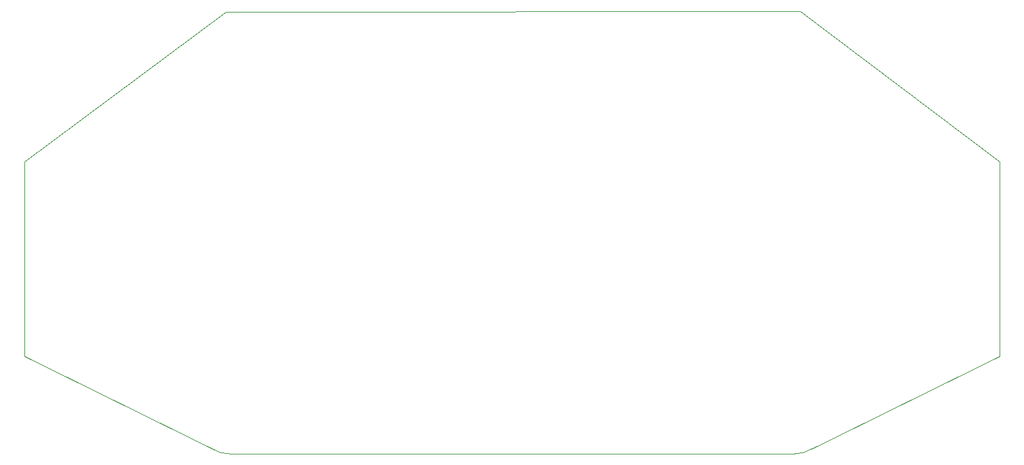
<source format=gbr>
%TF.GenerationSoftware,KiCad,Pcbnew,9.0.0*%
%TF.CreationDate,2025-04-24T22:15:06+07:00*%
%TF.ProjectId,Controll_,436f6e74-726f-46c6-9cbb-2e6b69636164,rev?*%
%TF.SameCoordinates,Original*%
%TF.FileFunction,Profile,NP*%
%FSLAX46Y46*%
G04 Gerber Fmt 4.6, Leading zero omitted, Abs format (unit mm)*
G04 Created by KiCad (PCBNEW 9.0.0) date 2025-04-24 22:15:06*
%MOMM*%
%LPD*%
G01*
G04 APERTURE LIST*
%TA.AperFunction,Profile*%
%ADD10C,0.050000*%
%TD*%
G04 APERTURE END LIST*
D10*
X75000000Y-75000000D02*
X75000000Y-100000000D01*
X175993718Y-111854653D02*
X200000000Y-100000000D01*
X75000000Y-100000000D02*
X99002094Y-111846860D01*
X175993718Y-111854653D02*
G75*
G02*
X173815116Y-112500025I-2178618J3354553D01*
G01*
X200000000Y-75000000D02*
X200000000Y-100000000D01*
X75000000Y-75000000D02*
X100795534Y-55750000D01*
X100795534Y-55750000D02*
X174435822Y-55726966D01*
X174435822Y-55726966D02*
X200000000Y-75000000D01*
X101192647Y-112500000D02*
G75*
G02*
X99002080Y-111846882I-47J4000000D01*
G01*
X173815116Y-112500000D02*
X101192647Y-112500000D01*
M02*

</source>
